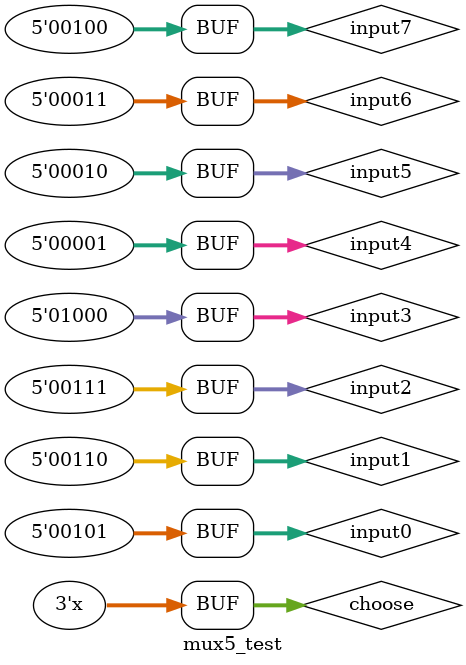
<source format=v>
`timescale 1ns / 1ps


module mux5_test;

	// Inputs
	reg [2:0] choose;
	reg [4:0] input0;
	reg [4:0] input1;
	reg [4:0] input2;
	reg [4:0] input3;
	reg [4:0] input4;
	reg [4:0] input5;
	reg [4:0] input6;
	reg [4:0] input7;

	// Outputs
	wire [4:0] out;

	// Instantiate the Unit Under Test (UUT)
	mux5 uut (
		.choose(choose), 
		.input0(input0), 
		.input1(input1), 
		.input2(input2), 
		.input3(input3), 
		.input4(input4), 
		.input5(input5), 
		.input6(input6), 
		.input7(input7), 
		.out(out)
	);

	initial begin
		// Initialize Inputs
		choose = 0;
		input0 = 5;
		input1 = 6;
		input2 = 7;
		input3 = 8;
		input4 = 1;
		input5 = 2;
		input6 = 3;
		input7 = 4;

	end
	
	always #10 choose = choose + 1;
      
endmodule


</source>
